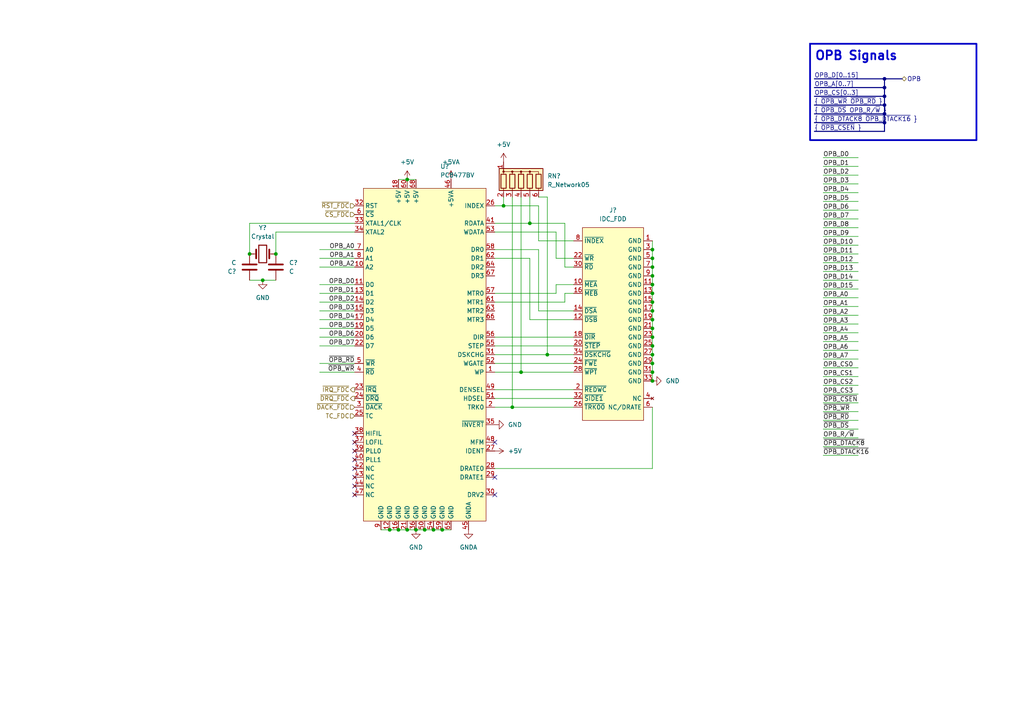
<source format=kicad_sch>
(kicad_sch (version 20230121) (generator eeschema)
  (paper "A4")
  (lib_symbols
    (symbol "Device:C" (pin_numbers hide) (pin_names (offset 0.254))
      (property "Reference" "C" (at 0.635 2.54 0))
      (property "Value" "C" (at 0.635 -2.54 0))
      (symbol "C_0_1"
        (polyline (pts (xy -2.032 -0.762) (xy 2.032 -0.762)) (stroke (width 0.508)))
        (polyline (pts (xy -2.032 0.762) (xy 2.032 0.762)) (stroke (width 0.508)))
      )
      (symbol "C_1_1"
        (pin passive line (at 0 3.81 270) (length 2.794) (name "~") (number "1"))
        (pin passive line (at 0 -3.81 90) (length 2.794) (name "~") (number "2"))
      )
    )
    (symbol "Device:Crystal" (pin_numbers hide) (pin_names (offset 1.016) hide)
      (property "Reference" "Y" (at 0 3.81 0))
      (property "Value" "Crystal" (at 0 -3.81 0))
      (symbol "Crystal_0_1"
        (rectangle (start -1.143 2.54) (end 1.143 -2.54) (stroke (width 0.3048)))
        (polyline (pts (xy -2.54 0) (xy -1.905 0)))
        (polyline (pts (xy -1.905 -1.27) (xy -1.905 1.27)) (stroke (width 0.508)))
        (polyline (pts (xy 1.905 -1.27) (xy 1.905 1.27)) (stroke (width 0.508)))
        (polyline (pts (xy 2.54 0) (xy 1.905 0)))
      )
      (symbol "Crystal_1_1"
        (pin passive line (at -3.81 0 0) (length 1.27) (name "1") (number "1"))
        (pin passive line (at 3.81 0 180) (length 1.27) (name "2") (number "2"))
      )
    )
    (symbol "Device:R_Network05" (pin_names (offset 0) hide)
      (property "Reference" "RN" (at -7.62 0 90))
      (property "Value" "R_Network05" (at 7.62 0 90))
      (symbol "R_Network05_0_1"
        (rectangle (start -6.35 -3.175) (end 6.35 3.175) (stroke (width 0.254)) (fill (type background)))
        (rectangle (start -5.842 1.524) (end -4.318 -2.54) (stroke (width 0.254)))
        (circle (center -5.08 2.286) (radius 0.254) (fill (type outline)))
        (rectangle (start -3.302 1.524) (end -1.778 -2.54) (stroke (width 0.254)))
        (circle (center -2.54 2.286) (radius 0.254) (fill (type outline)))
        (rectangle (start -0.762 1.524) (end 0.762 -2.54) (stroke (width 0.254)))
        (polyline (pts (xy -5.08 -2.54) (xy -5.08 -3.81)))
        (polyline (pts (xy -2.54 -2.54) (xy -2.54 -3.81)))
        (polyline (pts (xy 0 -2.54) (xy 0 -3.81)))
        (polyline (pts (xy 2.54 -2.54) (xy 2.54 -3.81)))
        (polyline (pts (xy 5.08 -2.54) (xy 5.08 -3.81)))
        (polyline (pts (xy -5.08 1.524) (xy -5.08 2.286) (xy -2.54 2.286) (xy -2.54 1.524)))
        (polyline (pts (xy -2.54 1.524) (xy -2.54 2.286) (xy 0 2.286) (xy 0 1.524)))
        (polyline (pts (xy 0 1.524) (xy 0 2.286) (xy 2.54 2.286) (xy 2.54 1.524)))
        (polyline (pts (xy 2.54 1.524) (xy 2.54 2.286) (xy 5.08 2.286) (xy 5.08 1.524)))
        (circle (center 0 2.286) (radius 0.254) (fill (type outline)))
        (rectangle (start 1.778 1.524) (end 3.302 -2.54) (stroke (width 0.254)))
        (circle (center 2.54 2.286) (radius 0.254) (fill (type outline)))
        (rectangle (start 4.318 1.524) (end 5.842 -2.54) (stroke (width 0.254)))
      )
      (symbol "R_Network05_1_1"
        (pin passive line (at -5.08 5.08 270) (length 2.54) (name "common") (number "1"))
        (pin passive line (at -5.08 -5.08 90) (length 1.27) (name "R1") (number "2"))
        (pin passive line (at -2.54 -5.08 90) (length 1.27) (name "R2") (number "3"))
        (pin passive line (at 0 -5.08 90) (length 1.27) (name "R3") (number "4"))
        (pin passive line (at 2.54 -5.08 90) (length 1.27) (name "R4") (number "5"))
        (pin passive line (at 5.08 -5.08 90) (length 1.27) (name "R5") (number "6"))
      )
    )
    (symbol "IDC_SpecialPurpose:IDC_FDD"
      (property "Reference" "J" (at 0 31.75 0))
      (property "Value" "IDC_FDD" (at 0 29.21 0))
      (symbol "IDC_FDD_1_1"
        (rectangle (start -8.89 27.94) (end 8.89 -27.94) (fill (type background)))
        (pin power_in line (at 11.43 24.13 180) (length 2.54) (name "GND") (number "1"))
        (pin input line (at -11.43 11.43 0) (length 2.54) (name "~{MEA}") (number "10"))
        (pin power_in line (at 11.43 11.43 180) (length 2.54) (name "GND") (number "11"))
        (pin input line (at -11.43 1.27 0) (length 2.54) (name "~{DSB}") (number "12"))
        (pin power_in line (at 11.43 8.89 180) (length 2.54) (name "GND") (number "13"))
        (pin input line (at -11.43 3.81 0) (length 2.54) (name "~{DSA}") (number "14"))
        (pin power_in line (at 11.43 6.35 180) (length 2.54) (name "GND") (number "15"))
        (pin input line (at -11.43 8.89 0) (length 2.54) (name "~{MEB}") (number "16"))
        (pin power_in line (at 11.43 3.81 180) (length 2.54) (name "GND") (number "17"))
        (pin input line (at -11.43 -3.81 0) (length 2.54) (name "~{DIR}") (number "18"))
        (pin power_in line (at 11.43 1.27 180) (length 2.54) (name "GND") (number "19"))
        (pin output line (at -11.43 -19.05 0) (length 2.54) (name "~{REDWC}") (number "2"))
        (pin input line (at -11.43 -6.35 0) (length 2.54) (name "~{STEP}") (number "20"))
        (pin power_in line (at 11.43 -1.27 180) (length 2.54) (name "GND") (number "21"))
        (pin input line (at -11.43 19.05 0) (length 2.54) (name "~{WR}") (number "22"))
        (pin power_in line (at 11.43 -3.81 180) (length 2.54) (name "GND") (number "23"))
        (pin input line (at -11.43 -11.43 0) (length 2.54) (name "~{FWE}") (number "24"))
        (pin power_in line (at 11.43 -6.35 180) (length 2.54) (name "GND") (number "25"))
        (pin output line (at -11.43 -24.13 0) (length 2.54) (name "~{TRK00}") (number "26"))
        (pin power_in line (at 11.43 -8.89 180) (length 2.54) (name "GND") (number "27"))
        (pin output line (at -11.43 -13.97 0) (length 2.54) (name "~{WPT}") (number "28"))
        (pin power_in line (at 11.43 -11.43 180) (length 2.54) (name "GND") (number "29"))
        (pin power_in line (at 11.43 21.59 180) (length 2.54) (name "GND") (number "3"))
        (pin output line (at -11.43 16.51 0) (length 2.54) (name "~{RD}") (number "30"))
        (pin power_in line (at 11.43 -13.97 180) (length 2.54) (name "GND") (number "31"))
        (pin input line (at -11.43 -21.59 0) (length 2.54) (name "~{SIDE1}") (number "32"))
        (pin power_in line (at 11.43 -16.51 180) (length 2.54) (name "GND") (number "33"))
        (pin output line (at -11.43 -8.89 0) (length 2.54) (name "~{DSKCHG}") (number "34"))
        (pin no_connect line (at 11.43 -21.59 180) (length 2.54) (name "NC") (number "4"))
        (pin power_in line (at 11.43 19.05 180) (length 2.54) (name "GND") (number "5"))
        (pin output line (at 11.43 -24.13 180) (length 2.54) (name "NC/DRATE") (number "6"))
        (pin power_in line (at 11.43 16.51 180) (length 2.54) (name "GND") (number "7"))
        (pin output line (at -11.43 24.13 0) (length 2.54) (name "~{INDEX}") (number "8"))
        (pin power_in line (at 11.43 13.97 180) (length 2.54) (name "GND") (number "9"))
      )
    )
    (symbol "PC8477BV:PC8477BV"
      (property "Reference" "U" (at -19.05 45.72 0))
      (property "Value" "PC8477BV" (at 0 -1.27 0))
      (symbol "PC8477BV_1_1"
        (rectangle (start -17.78 45.72) (end 17.78 -50.8) (fill (type background)))
        (pin input line (at 20.32 -7.62 180) (length 2.54) (name "WP") (number "1"))
        (pin input line (at -20.32 22.86 0) (length 2.54) (name "A2") (number "10"))
        (pin bidirectional line (at -20.32 17.78 0) (length 2.54) (name "D0") (number "11"))
        (pin power_in line (at -10.16 -53.34 90) (length 2.54) (name "GND") (number "12"))
        (pin bidirectional line (at -20.32 15.24 0) (length 2.54) (name "D1") (number "13"))
        (pin bidirectional line (at -20.32 12.7 0) (length 2.54) (name "D2") (number "14"))
        (pin bidirectional line (at -20.32 10.16 0) (length 2.54) (name "D3") (number "15"))
        (pin power_in line (at -7.62 -53.34 90) (length 2.54) (name "GND") (number "16"))
        (pin bidirectional line (at -20.32 7.62 0) (length 2.54) (name "D4") (number "17"))
        (pin power_in line (at -7.62 48.26 270) (length 2.54) (name "+5V") (number "18"))
        (pin bidirectional line (at -20.32 5.08 0) (length 2.54) (name "D5") (number "19"))
        (pin input line (at 20.32 -17.78 180) (length 2.54) (name "TRK0") (number "2"))
        (pin bidirectional line (at -20.32 2.54 0) (length 2.54) (name "D6") (number "20"))
        (pin power_in line (at -5.08 -53.34 90) (length 2.54) (name "GND") (number "21"))
        (pin bidirectional line (at -20.32 0 0) (length 2.54) (name "D7") (number "22"))
        (pin output line (at -20.32 -12.7 0) (length 2.54) (name "~{IRQ}") (number "23"))
        (pin output line (at -20.32 -15.24 0) (length 2.54) (name "~{DRQ}") (number "24"))
        (pin input line (at -20.32 -20.32 0) (length 2.54) (name "TC") (number "25"))
        (pin input line (at 20.32 40.64 180) (length 2.54) (name "INDEX") (number "26"))
        (pin input line (at 20.32 -30.48 180) (length 2.54) (name "IDENT") (number "27"))
        (pin output line (at 20.32 -35.56 180) (length 2.54) (name "DRATE0") (number "28"))
        (pin output line (at 20.32 -38.1 180) (length 2.54) (name "DRATE1") (number "29"))
        (pin input line (at -20.32 -17.78 0) (length 2.54) (name "~{DACK}") (number "3"))
        (pin input line (at 20.32 -43.18 180) (length 2.54) (name "DRV2") (number "30"))
        (pin input line (at 20.32 -2.54 180) (length 2.54) (name "DSKCHG") (number "31"))
        (pin input line (at -20.32 40.64 0) (length 2.54) (name "RST") (number "32"))
        (pin input line (at -20.32 35.56 0) (length 2.54) (name "XTAL1/CLK") (number "33"))
        (pin input line (at -20.32 33.02 0) (length 2.54) (name "XTAL2") (number "34"))
        (pin input line (at 20.32 -22.86 180) (length 2.54) (name "~{INVERT}") (number "35"))
        (pin power_in line (at -2.54 -53.34 90) (length 2.54) (name "GND") (number "36"))
        (pin no_connect line (at -20.32 -27.94 0) (length 2.54) (name "LOFIL") (number "37"))
        (pin no_connect line (at -20.32 -25.4 0) (length 2.54) (name "HIFIL") (number "38"))
        (pin no_connect line (at -20.32 -30.48 0) (length 2.54) (name "PLL0") (number "39"))
        (pin input line (at -20.32 -7.62 0) (length 2.54) (name "~{RD}") (number "4"))
        (pin no_connect line (at -20.32 -33.02 0) (length 2.54) (name "PLL1") (number "40"))
        (pin input line (at 20.32 35.56 180) (length 2.54) (name "RDATA") (number "41"))
        (pin no_connect line (at -20.32 -35.56 0) (length 2.54) (name "NC") (number "42"))
        (pin no_connect line (at -20.32 -38.1 0) (length 2.54) (name "NC") (number "43"))
        (pin no_connect line (at -20.32 -40.64 0) (length 2.54) (name "NC") (number "44"))
        (pin power_in line (at 12.7 -53.34 90) (length 2.54) (name "GNDA") (number "45"))
        (pin power_in line (at 7.62 48.26 270) (length 2.54) (name "+5VA") (number "46"))
        (pin no_connect line (at -20.32 -43.18 0) (length 2.54) (name "NC") (number "47"))
        (pin bidirectional line (at 20.32 -27.94 180) (length 2.54) (name "MFM") (number "48"))
        (pin output line (at 20.32 -12.7 180) (length 2.54) (name "DENSEL") (number "49"))
        (pin input line (at -20.32 -5.08 0) (length 2.54) (name "~{WR}") (number "5"))
        (pin power_in line (at 0 -53.34 90) (length 2.54) (name "GND") (number "50"))
        (pin input line (at 20.32 -15.24 180) (length 2.54) (name "HDSEL") (number "51"))
        (pin output line (at 20.32 -5.08 180) (length 2.54) (name "WGATE") (number "52"))
        (pin output line (at 20.32 33.02 180) (length 2.54) (name "WDATA") (number "53"))
        (pin power_in line (at 2.54 -53.34 90) (length 2.54) (name "GND") (number "54"))
        (pin output line (at 20.32 0 180) (length 2.54) (name "STEP") (number "55"))
        (pin output line (at 20.32 2.54 180) (length 2.54) (name "DIR") (number "56"))
        (pin output line (at 20.32 15.24 180) (length 2.54) (name "MTR0") (number "57"))
        (pin output line (at 20.32 27.94 180) (length 2.54) (name "DR0") (number "58"))
        (pin power_in line (at 5.08 -53.34 90) (length 2.54) (name "GND") (number "59"))
        (pin input line (at -20.32 38.1 0) (length 2.54) (name "~{CS}") (number "6"))
        (pin power_in line (at -5.08 48.26 270) (length 2.54) (name "+5V") (number "60"))
        (pin output line (at 20.32 12.7 180) (length 2.54) (name "MTR1") (number "61"))
        (pin output line (at 20.32 25.4 180) (length 2.54) (name "DR1") (number "62"))
        (pin output line (at 20.32 10.16 180) (length 2.54) (name "MTR2") (number "63"))
        (pin output line (at 20.32 22.86 180) (length 2.54) (name "DR2") (number "64"))
        (pin power_in line (at 7.62 -53.34 90) (length 2.54) (name "GND") (number "65"))
        (pin output line (at 20.32 7.62 180) (length 2.54) (name "MTR3") (number "66"))
        (pin output line (at 20.32 20.32 180) (length 2.54) (name "DR3") (number "67"))
        (pin power_in line (at -2.54 48.26 270) (length 2.54) (name "+5V") (number "68"))
        (pin input line (at -20.32 27.94 0) (length 2.54) (name "A0") (number "7"))
        (pin input line (at -20.32 25.4 0) (length 2.54) (name "A1") (number "8"))
        (pin power_in line (at -12.7 -53.34 90) (length 2.54) (name "GND") (number "9"))
      )
    )
    (symbol "power:+5V" (power) (pin_names (offset 0))
      (property "Value" "+5V" (at 0 3.556 0))
      (symbol "+5V_0_1"
        (polyline (pts (xy -0.762 1.27) (xy 0 2.54)))
        (polyline (pts (xy 0 0) (xy 0 2.54)))
        (polyline (pts (xy 0 2.54) (xy 0.762 1.27)))
      )
      (symbol "+5V_1_1"
        (pin power_in line (at 0 0 90) (length 0) hide (name "+5V") (number "1"))
      )
    )
    (symbol "power:+5VA" (power) (pin_names (offset 0))
      (property "Value" "+5VA" (at 0 3.556 0))
      (symbol "+5VA_0_1"
        (polyline (pts (xy -0.762 1.27) (xy 0 2.54)))
        (polyline (pts (xy 0 0) (xy 0 2.54)))
        (polyline (pts (xy 0 2.54) (xy 0.762 1.27)))
      )
      (symbol "+5VA_1_1"
        (pin power_in line (at 0 0 90) (length 0) hide (name "+5VA") (number "1"))
      )
    )
    (symbol "power:GND" (power) (pin_names (offset 0))
      (property "Value" "GND" (at 0 -3.81 0))
      (symbol "GND_0_1"
        (polyline (pts (xy 0 0) (xy 0 -1.27) (xy 1.27 -1.27) (xy 0 -2.54) (xy -1.27 -1.27) (xy 0 -1.27)))
      )
      (symbol "GND_1_1"
        (pin power_in line (at 0 0 270) (length 0) hide (name "GND") (number "1"))
      )
    )
    (symbol "power:GNDA" (power) (pin_names (offset 0))
      (property "Value" "GNDA" (at 0 -3.81 0))
      (symbol "GNDA_0_1"
        (polyline (pts (xy 0 0) (xy 0 -1.27) (xy 1.27 -1.27) (xy 0 -2.54) (xy -1.27 -1.27) (xy 0 -1.27)))
      )
      (symbol "GNDA_1_1"
        (pin power_in line (at 0 0 270) (length 0) hide (name "GNDA") (number "1"))
      )
    )
  )
  (junction (at 115.57 153.67))
  (junction (at 151.13 107.95))
  (junction (at 189.23 110.49))
  (junction (at 189.23 72.39))
  (junction (at 120.65 153.67))
  (junction (at 256.54 30.48))
  (junction (at 189.23 90.17))
  (junction (at 76.2 81.28))
  (junction (at 113.03 153.67))
  (junction (at 189.23 77.47))
  (junction (at 153.67 64.77))
  (junction (at 189.23 80.01))
  (junction (at 189.23 74.93))
  (junction (at 80.01 73.66))
  (junction (at 123.19 153.67))
  (junction (at 189.23 100.33))
  (junction (at 158.75 102.87))
  (junction (at 118.11 153.67))
  (junction (at 189.23 95.25))
  (junction (at 256.54 27.94))
  (junction (at 189.23 97.79))
  (junction (at 118.11 52.07))
  (junction (at 189.23 92.71))
  (junction (at 189.23 107.95))
  (junction (at 146.05 59.69))
  (junction (at 72.39 73.66))
  (junction (at 125.73 153.67))
  (junction (at 256.54 35.56))
  (junction (at 256.54 33.02))
  (junction (at 189.23 85.09))
  (junction (at 189.23 105.41))
  (junction (at 256.54 25.4))
  (junction (at 148.59 118.11))
  (junction (at 128.27 153.67))
  (junction (at 189.23 87.63))
  (junction (at 189.23 102.87))
  (junction (at 256.54 22.86))
  (junction (at 189.23 82.55))
  (no_connect (at 143.51 128.27))
  (no_connect (at 102.87 138.43))
  (no_connect (at 102.87 143.51))
  (no_connect (at 102.87 130.81))
  (no_connect (at 102.87 140.97))
  (no_connect (at 102.87 128.27))
  (no_connect (at 102.87 125.73))
  (no_connect (at 143.51 138.43))
  (no_connect (at 143.51 143.51))
  (no_connect (at 102.87 135.89))
  (no_connect (at 102.87 133.35))
  (wire (pts (xy 143.51 113.03) (xy 166.37 113.03)))
  (wire (pts (xy 189.23 95.25) (xy 189.23 97.79)))
  (wire (pts (xy 156.21 72.39) (xy 156.21 90.17)))
  (wire (pts (xy 151.13 57.15) (xy 151.13 107.95)))
  (wire (pts (xy 248.92 63.5) (xy 238.76 63.5)))
  (wire (pts (xy 248.92 106.68) (xy 238.76 106.68)))
  (wire (pts (xy 143.51 135.89) (xy 189.23 135.89)))
  (wire (pts (xy 248.92 71.12) (xy 238.76 71.12)))
  (wire (pts (xy 248.92 50.8) (xy 238.76 50.8)))
  (wire (pts (xy 153.67 92.71) (xy 166.37 92.71)))
  (bus (pts (xy 236.22 22.86) (xy 256.54 22.86)))
  (wire (pts (xy 102.87 64.77) (xy 72.39 64.77)))
  (wire (pts (xy 148.59 118.11) (xy 166.37 118.11)))
  (wire (pts (xy 248.92 83.82) (xy 238.76 83.82)))
  (bus (pts (xy 256.54 27.94) (xy 256.54 25.4)))
  (wire (pts (xy 128.27 153.67) (xy 130.81 153.67)))
  (wire (pts (xy 80.01 67.31) (xy 102.87 67.31)))
  (wire (pts (xy 146.05 59.69) (xy 156.21 59.69)))
  (wire (pts (xy 189.23 135.89) (xy 189.23 118.11)))
  (wire (pts (xy 143.51 67.31) (xy 161.29 67.31)))
  (wire (pts (xy 92.71 85.09) (xy 102.87 85.09)))
  (wire (pts (xy 248.92 58.42) (xy 238.76 58.42)))
  (wire (pts (xy 189.23 85.09) (xy 189.23 87.63)))
  (wire (pts (xy 158.75 57.15) (xy 158.75 102.87)))
  (wire (pts (xy 143.51 59.69) (xy 146.05 59.69)))
  (wire (pts (xy 161.29 85.09) (xy 161.29 82.55)))
  (wire (pts (xy 248.92 127) (xy 238.76 127)))
  (wire (pts (xy 248.92 45.72) (xy 238.76 45.72)))
  (wire (pts (xy 102.87 72.39) (xy 92.71 72.39)))
  (wire (pts (xy 189.23 72.39) (xy 189.23 74.93)))
  (wire (pts (xy 80.01 67.31) (xy 80.01 73.66)))
  (wire (pts (xy 143.51 107.95) (xy 151.13 107.95)))
  (wire (pts (xy 161.29 82.55) (xy 166.37 82.55)))
  (bus (pts (xy 256.54 33.02) (xy 256.54 30.48)))
  (bus (pts (xy 236.22 30.48) (xy 256.54 30.48)))
  (wire (pts (xy 143.51 105.41) (xy 166.37 105.41)))
  (wire (pts (xy 189.23 102.87) (xy 189.23 105.41)))
  (wire (pts (xy 148.59 57.15) (xy 148.59 118.11)))
  (wire (pts (xy 189.23 92.71) (xy 189.23 95.25)))
  (wire (pts (xy 115.57 153.67) (xy 118.11 153.67)))
  (wire (pts (xy 110.49 153.67) (xy 113.03 153.67)))
  (wire (pts (xy 120.65 153.67) (xy 123.19 153.67)))
  (wire (pts (xy 248.92 111.76) (xy 238.76 111.76)))
  (wire (pts (xy 125.73 153.67) (xy 128.27 153.67)))
  (wire (pts (xy 153.67 57.15) (xy 153.67 64.77)))
  (wire (pts (xy 153.67 64.77) (xy 163.83 64.77)))
  (wire (pts (xy 102.87 77.47) (xy 92.71 77.47)))
  (wire (pts (xy 248.92 96.52) (xy 238.76 96.52)))
  (wire (pts (xy 143.51 72.39) (xy 156.21 72.39)))
  (wire (pts (xy 248.92 86.36) (xy 238.76 86.36)))
  (wire (pts (xy 92.71 92.71) (xy 102.87 92.71)))
  (wire (pts (xy 143.51 115.57) (xy 166.37 115.57)))
  (wire (pts (xy 189.23 74.93) (xy 189.23 77.47)))
  (wire (pts (xy 161.29 67.31) (xy 161.29 74.93)))
  (wire (pts (xy 248.92 91.44) (xy 238.76 91.44)))
  (wire (pts (xy 248.92 104.14) (xy 238.76 104.14)))
  (wire (pts (xy 113.03 153.67) (xy 115.57 153.67)))
  (wire (pts (xy 151.13 107.95) (xy 166.37 107.95)))
  (wire (pts (xy 72.39 64.77) (xy 72.39 73.66)))
  (wire (pts (xy 143.51 97.79) (xy 166.37 97.79)))
  (bus (pts (xy 256.54 35.56) (xy 256.54 33.02)))
  (wire (pts (xy 92.71 95.25) (xy 102.87 95.25)))
  (wire (pts (xy 248.92 68.58) (xy 238.76 68.58)))
  (wire (pts (xy 118.11 153.67) (xy 120.65 153.67)))
  (wire (pts (xy 189.23 82.55) (xy 189.23 85.09)))
  (wire (pts (xy 161.29 74.93) (xy 166.37 74.93)))
  (wire (pts (xy 92.71 87.63) (xy 102.87 87.63)))
  (wire (pts (xy 92.71 82.55) (xy 102.87 82.55)))
  (wire (pts (xy 248.92 78.74) (xy 238.76 78.74)))
  (wire (pts (xy 163.83 64.77) (xy 163.83 77.47)))
  (wire (pts (xy 248.92 73.66) (xy 238.76 73.66)))
  (wire (pts (xy 92.71 90.17) (xy 102.87 90.17)))
  (wire (pts (xy 146.05 57.15) (xy 146.05 59.69)))
  (wire (pts (xy 156.21 90.17) (xy 166.37 90.17)))
  (wire (pts (xy 248.92 60.96) (xy 238.76 60.96)))
  (wire (pts (xy 248.92 109.22) (xy 238.76 109.22)))
  (wire (pts (xy 248.92 93.98) (xy 238.76 93.98)))
  (wire (pts (xy 189.23 105.41) (xy 189.23 107.95)))
  (wire (pts (xy 163.83 87.63) (xy 163.83 85.09)))
  (wire (pts (xy 248.92 88.9) (xy 238.76 88.9)))
  (wire (pts (xy 143.51 85.09) (xy 161.29 85.09)))
  (wire (pts (xy 156.21 59.69) (xy 156.21 69.85)))
  (wire (pts (xy 156.21 69.85) (xy 166.37 69.85)))
  (wire (pts (xy 143.51 64.77) (xy 153.67 64.77)))
  (wire (pts (xy 248.92 124.46) (xy 238.76 124.46)))
  (wire (pts (xy 248.92 53.34) (xy 238.76 53.34)))
  (wire (pts (xy 248.92 116.84) (xy 238.76 116.84)))
  (wire (pts (xy 163.83 85.09) (xy 166.37 85.09)))
  (bus (pts (xy 236.22 33.02) (xy 256.54 33.02)))
  (wire (pts (xy 102.87 74.93) (xy 92.71 74.93)))
  (wire (pts (xy 189.23 107.95) (xy 189.23 110.49)))
  (wire (pts (xy 189.23 69.85) (xy 189.23 72.39)))
  (wire (pts (xy 143.51 87.63) (xy 163.83 87.63)))
  (bus (pts (xy 236.22 38.1) (xy 256.54 38.1)))
  (wire (pts (xy 248.92 114.3) (xy 238.76 114.3)))
  (wire (pts (xy 72.39 81.28) (xy 76.2 81.28)))
  (wire (pts (xy 115.57 52.07) (xy 118.11 52.07)))
  (wire (pts (xy 189.23 97.79) (xy 189.23 100.33)))
  (wire (pts (xy 153.67 74.93) (xy 153.67 92.71)))
  (wire (pts (xy 248.92 48.26) (xy 238.76 48.26)))
  (wire (pts (xy 248.92 55.88) (xy 238.76 55.88)))
  (wire (pts (xy 156.21 57.15) (xy 158.75 57.15)))
  (wire (pts (xy 92.71 97.79) (xy 102.87 97.79)))
  (wire (pts (xy 92.71 107.95) (xy 102.87 107.95)))
  (wire (pts (xy 189.23 77.47) (xy 189.23 80.01)))
  (wire (pts (xy 76.2 81.28) (xy 80.01 81.28)))
  (wire (pts (xy 123.19 153.67) (xy 125.73 153.67)))
  (wire (pts (xy 248.92 66.04) (xy 238.76 66.04)))
  (wire (pts (xy 92.71 105.41) (xy 102.87 105.41)))
  (wire (pts (xy 118.11 52.07) (xy 120.65 52.07)))
  (wire (pts (xy 143.51 118.11) (xy 148.59 118.11)))
  (bus (pts (xy 256.54 38.1) (xy 256.54 35.56)))
  (wire (pts (xy 248.92 121.92) (xy 238.76 121.92)))
  (bus (pts (xy 236.22 27.94) (xy 256.54 27.94)))
  (wire (pts (xy 189.23 87.63) (xy 189.23 90.17)))
  (wire (pts (xy 143.51 100.33) (xy 166.37 100.33)))
  (wire (pts (xy 163.83 77.47) (xy 166.37 77.47)))
  (wire (pts (xy 189.23 100.33) (xy 189.23 102.87)))
  (bus (pts (xy 236.22 35.56) (xy 256.54 35.56)))
  (bus (pts (xy 256.54 25.4) (xy 256.54 22.86)))
  (bus (pts (xy 236.22 25.4) (xy 256.54 25.4)))
  (wire (pts (xy 248.92 132.08) (xy 238.76 132.08)))
  (wire (pts (xy 143.51 102.87) (xy 158.75 102.87)))
  (wire (pts (xy 248.92 129.54) (xy 238.76 129.54)))
  (bus (pts (xy 256.54 22.86) (xy 261.62 22.86)))
  (wire (pts (xy 248.92 99.06) (xy 238.76 99.06)))
  (wire (pts (xy 143.51 74.93) (xy 153.67 74.93)))
  (wire (pts (xy 248.92 119.38) (xy 238.76 119.38)))
  (wire (pts (xy 92.71 100.33) (xy 102.87 100.33)))
  (wire (pts (xy 158.75 102.87) (xy 166.37 102.87)))
  (wire (pts (xy 248.92 76.2) (xy 238.76 76.2)))
  (wire (pts (xy 189.23 80.01) (xy 189.23 82.55)))
  (wire (pts (xy 189.23 90.17) (xy 189.23 92.71)))
  (wire (pts (xy 248.92 81.28) (xy 238.76 81.28)))
  (wire (pts (xy 248.92 101.6) (xy 238.76 101.6)))
  (bus (pts (xy 256.54 30.48) (xy 256.54 27.94)))
  (rectangle (start 234.95 12.7) (end 283.21 40.64) (stroke (width 0.508)))
  (text "OPB Signals" (at 236.22 17.78 0) (effects (font (size 2.54 2.54) (thickness 0.508) bold) (justify left bottom)))
  (label "OPB_A0" (at 102.87 72.39 180))
  (label "OPB_D6" (at 102.87 97.79 180))
  (label "OPB_D1" (at 102.87 85.09 180))
  (label "OPB_D11" (at 238.76 73.66 0))
  (label "OPB_D9" (at 238.76 68.58 0))
  (label "~{OPB_DS}" (at 238.76 124.46 0))
  (label "OPB_A7" (at 238.76 104.14 0))
  (label "~{OPB_DTACK16}" (at 238.76 132.08 0))
  (label "OPB_D2" (at 238.76 50.8 0))
  (label "OPB_A4" (at 238.76 96.52 0))
  (label "OPB_A1" (at 238.76 88.9 0))
  (label "~{OPB_WR}" (at 102.87 107.95 180))
  (label "~{OPB_DTACK8}" (at 238.76 129.54 0))
  (label "OPB_D2" (at 102.87 87.63 180))
  (label "OPB_D7" (at 102.87 100.33 180))
  (label "OPB_D3" (at 238.76 53.34 0))
  (label "OPB_D15" (at 238.76 83.82 0))
  (label "OPB_A0" (at 238.76 86.36 0))
  (label "OPB_D0" (at 102.87 82.55 180))
  (label "{ ~{OPB_CSEN} }" (at 236.22 38.1 0))
  (label "OPB_D8" (at 238.76 66.04 0))
  (label "~{OPB_RD}" (at 238.76 121.92 0))
  (label "OPB_A3" (at 238.76 93.98 0))
  (label "~{OPB_CSEN}" (at 238.76 116.84 0))
  (label "OPB_D3" (at 102.87 90.17 180))
  (label "OPB_D14" (at 238.76 81.28 0))
  (label "~{OPB_RD}" (at 102.87 105.41 180))
  (label "OPB_CS0" (at 238.76 106.68 0))
  (label "OPB_D6" (at 238.76 60.96 0))
  (label "OPB_CS3" (at 238.76 114.3 0))
  (label "OPB_CS1" (at 238.76 109.22 0))
  (label "OPB_D7" (at 238.76 63.5 0))
  (label "OPB_D5" (at 238.76 58.42 0))
  (label "OPB_D12" (at 238.76 76.2 0))
  (label "OPB_D10" (at 238.76 71.12 0))
  (label "~{OPB_WR}" (at 238.76 119.38 0))
  (label "OPB_CS2" (at 238.76 111.76 0))
  (label "OPB_A2" (at 102.87 77.47 180))
  (label "OPB_D4" (at 238.76 55.88 0))
  (label "OPB_A2" (at 238.76 91.44 0))
  (label "OPB_D[0..15]" (at 236.22 22.86 0))
  (label "OPB_D5" (at 102.87 95.25 180))
  (label "OPB_D13" (at 238.76 78.74 0))
  (label "OPB_CS[0..3]" (at 236.22 27.94 0))
  (label "{ ~{OPB_DTACK8} ~{OPB_DTACK16} }" (at 236.22 35.56 0))
  (label "OPB_A5" (at 238.76 99.06 0))
  (label "OPB_A1" (at 102.87 74.93 180))
  (label "OPB_D1" (at 238.76 48.26 0))
  (label "OPB_A[0..7]" (at 236.22 25.4 0))
  (label "{ ~{OPB_DS} OPB_R{slash}~{W} }" (at 236.22 33.02 0))
  (label "OPB_D0" (at 238.76 45.72 0))
  (label "OPB_R{slash}~{W}" (at 238.76 127 0))
  (label "OPB_A6" (at 238.76 101.6 0))
  (label "{ ~{OPB_WR} ~{OPB_RD} }" (at 236.22 30.48 0))
  (label "OPB_D4" (at 102.87 92.71 180))
  (hierarchical_label "~{DACK_FDC}" (shape input) (at 102.87 118.11 180))
  (hierarchical_label "~{DRQ_FDC}" (shape output) (at 102.87 115.57 180))
  (hierarchical_label "~{RST_FDC}" (shape input) (at 102.87 59.69 180))
  (hierarchical_label "TC_FDC" (shape input) (at 102.87 120.65 180))
  (hierarchical_label "~{IRQ_FDC}" (shape output) (at 102.87 113.03 180))
  (hierarchical_label "~{CS_FDC}" (shape input) (at 102.87 62.23 180))
  (hierarchical_label "OPB" (shape bidirectional) (at 261.62 22.86 0))
  (symbol (lib_id "power:GND") (at 143.51 123.19 90) (unit 1)
    (property "Reference" "#PWR?" (effects hide))
    (property "Value" "GND" (at 147.32 123.19 90) (effects (justify right)))
    (instances (project "m68k-hbc" (path "" (reference "#PWR?") (unit 1)) (path "" (reference "#PWR0120") (unit 1))))
  )
  (symbol (lib_id "power:GND") (at 120.65 153.67 0) (unit 1)
    (property "Reference" "#PWR?" (effects hide))
    (property "Value" "GND" (at 120.65 158.75 0))
    (instances (project "m68k-hbc" (path "" (reference "#PWR?") (unit 1)) (path "" (reference "#PWR0122") (unit 1))))
  )
  (symbol (lib_id "Device:C") (at 72.39 77.47 0) (mirror x) (unit 1)
    (property "Reference" "C?" (at 68.58 78.74 0) (effects (justify right)))
    (property "Value" "C" (at 68.58 76.2 0) (effects (justify right)))
    (property "Footprint" "Capacitor_SMD:C_0603_1608Metric_Pad1.08x0.95mm_HandSolder" (effects hide))
    (instances (project "m68k-hbc" (path "" (reference "C?") (unit 1)) (path "" (reference "C57") (unit 1))))
  )
  (symbol (lib_id "power:+5VA") (at 130.81 52.07 0) (unit 1)
    (property "Reference" "#PWR?" (effects hide))
    (property "Value" "+5VA" (at 130.81 46.99 0))
    (instances (project "m68k-hbc" (path "" (reference "#PWR?") (unit 1)) (path "" (reference "#PWR0117") (unit 1))))
  )
  (symbol (lib_id "Device:C") (at 80.01 77.47 180) (unit 1)
    (property "Reference" "C?" (at 83.82 76.2 0) (effects (justify right)))
    (property "Value" "C" (at 83.82 78.74 0) (effects (justify right)))
    (property "Footprint" "Capacitor_SMD:C_0603_1608Metric_Pad1.08x0.95mm_HandSolder" (effects hide))
    (instances (project "m68k-hbc" (path "" (reference "C?") (unit 1)) (path "" (reference "C58") (unit 1))))
  )
  (symbol (lib_id "power:+5V") (at 146.05 46.99 0) (unit 1)
    (property "Reference" "#PWR?" (effects hide))
    (property "Value" "+5V" (at 146.05 41.91 0))
    (instances (project "m68k-hbc" (path "" (reference "#PWR?") (unit 1)) (path "" (reference "#PWR0115") (unit 1))))
  )
  (symbol (lib_id "IDC_SpecialPurpose:IDC_FDD") (at 177.8 93.98 0) (unit 1)
    (property "Reference" "J?" (at 177.8 60.96 0))
    (property "Value" "IDC_FDD" (at 177.8 63.5 0))
    (property "Footprint" "Connector_IDC:IDC-Header_2x17_P2.54mm_Vertical" (effects hide))
    (instances (project "m68k-hbc" (path "" (reference "J?") (unit 1)) (path "" (reference "J12") (unit 1))))
  )
  (symbol (lib_id "power:+5V") (at 143.51 130.81 270) (unit 1)
    (property "Reference" "#PWR?" (effects hide))
    (property "Value" "+5V" (at 147.32 130.81 90) (effects (justify left)))
    (instances (project "m68k-hbc" (path "" (reference "#PWR?") (unit 1)) (path "" (reference "#PWR0121") (unit 1))))
  )
  (symbol (lib_id "Device:R_Network05") (at 151.13 52.07 0) (unit 1)
    (property "Reference" "RN?" (at 158.75 51.054 0) (effects (justify left)))
    (property "Value" "R_Network05" (at 158.75 53.594 0) (effects (justify left)))
    (property "Footprint" "Resistor_THT:R_Array_SIP6" (effects hide))
    (property "Datasheet" "http://www.vishay.com/docs/31509/csc.pdf" (effects hide))
    (instances (project "m68k-hbc" (path "" (reference "RN?") (unit 1)) (path "" (reference "RN2") (unit 1))))
  )
  (symbol (lib_id "power:GND") (at 189.23 110.49 90) (unit 1)
    (property "Reference" "#PWR?" (effects hide))
    (property "Value" "GND" (at 193.04 110.49 90) (effects (justify right)))
    (instances (project "m68k-hbc" (path "" (reference "#PWR?") (unit 1)) (path "" (reference "#PWR0119") (unit 1))))
  )
  (symbol (lib_id "Device:Crystal") (at 76.2 73.66 0) (unit 1)
    (property "Reference" "Y?" (at 76.2 66.04 0))
    (property "Value" "Crystal" (at 76.2 68.58 0))
    (property "Footprint" "Crystal:Crystal_HC52-6mm_Vertical" (effects hide))
    (instances (project "m68k-hbc" (path "" (reference "Y?") (unit 1)) (path "" (reference "Y2") (unit 1))))
  )
  (symbol (lib_id "power:GND") (at 76.2 81.28 0) (unit 1)
    (property "Reference" "#PWR?" (effects hide))
    (property "Value" "GND" (at 76.2 86.36 0))
    (instances (project "m68k-hbc" (path "" (reference "#PWR?") (unit 1)) (path "" (reference "#PWR0118") (unit 1))))
  )
  (symbol (lib_id "power:GNDA") (at 135.89 153.67 0) (unit 1)
    (property "Reference" "#PWR?" (effects hide))
    (property "Value" "GNDA" (at 135.89 158.75 0))
    (instances (project "m68k-hbc" (path "" (reference "#PWR?") (unit 1)) (path "" (reference "#PWR0123") (unit 1))))
  )
  (symbol (lib_id "power:+5V") (at 118.11 52.07 0) (unit 1)
    (property "Reference" "#PWR?" (effects hide))
    (property "Value" "+5V" (at 118.11 46.99 0))
    (instances (project "m68k-hbc" (path "" (reference "#PWR?") (unit 1)) (path "" (reference "#PWR0116") (unit 1))))
  )
  (symbol (lib_id "PC8477BV:PC8477BV") (at 123.19 100.33 0) (unit 1)
    (property "Reference" "U?" (at 127.6859 48.26 0) (effects (justify left)))
    (property "Value" "PC8477BV" (at 127.6859 50.8 0) (effects (justify left)))
    (property "Footprint" "Package_LCC:PLCC-68_THT-Socket" (effects hide))
    (property "Datasheet" "https://retrocmp.de/compati/8477B_h.pdf" (effects hide))
    (instances (project "m68k-hbc" (path "" (reference "U?") (unit 1)) (path "" (reference "U17") (unit 1))))
  )
)
</source>
